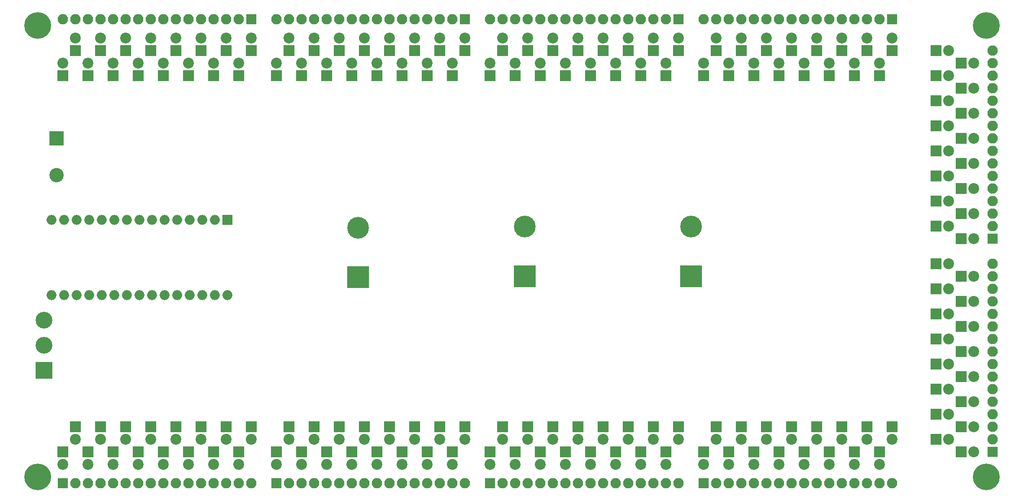
<source format=gbs>
G04 #@! TF.GenerationSoftware,KiCad,Pcbnew,(5.0.0)*
G04 #@! TF.CreationDate,2019-05-11T02:31:08+07:00*
G04 #@! TF.ProjectId,Dmx512,446D783531322E6B696361645F706362,rev?*
G04 #@! TF.SameCoordinates,Original*
G04 #@! TF.FileFunction,Soldermask,Bot*
G04 #@! TF.FilePolarity,Negative*
%FSLAX46Y46*%
G04 Gerber Fmt 4.6, Leading zero omitted, Abs format (unit mm)*
G04 Created by KiCad (PCBNEW (5.0.0)) date 05/11/19 02:31:08*
%MOMM*%
%LPD*%
G01*
G04 APERTURE LIST*
%ADD10C,5.400000*%
%ADD11C,2.200000*%
%ADD12R,2.200000X2.200000*%
%ADD13R,2.000000X2.000000*%
%ADD14O,2.000000X2.000000*%
%ADD15O,2.100000X2.100000*%
%ADD16R,2.100000X2.100000*%
%ADD17R,4.400000X4.400000*%
%ADD18C,4.400000*%
%ADD19R,2.900000X2.900000*%
%ADD20C,2.900000*%
%ADD21R,3.400000X3.400000*%
%ADD22C,3.400000*%
G04 APERTURE END LIST*
D10*
G04 #@! TO.C,*
X48260000Y-54610000D03*
G04 #@! TD*
D11*
G04 #@! TO.C,D106*
X198120000Y-62230000D03*
D12*
X198120000Y-64770000D03*
G04 #@! TD*
D10*
G04 #@! TO.C,*
X240030000Y-54610000D03*
G04 #@! TD*
D11*
G04 #@! TO.C,D7*
X68580000Y-143510000D03*
D12*
X68580000Y-140970000D03*
G04 #@! TD*
D11*
G04 #@! TO.C,D1*
X53340000Y-143510000D03*
D12*
X53340000Y-140970000D03*
G04 #@! TD*
G04 #@! TO.C,D2*
X55880000Y-135890000D03*
D11*
X55880000Y-138430000D03*
G04 #@! TD*
G04 #@! TO.C,D3*
X58420000Y-143510000D03*
D12*
X58420000Y-140970000D03*
G04 #@! TD*
G04 #@! TO.C,D4*
X60960000Y-135890000D03*
D11*
X60960000Y-138430000D03*
G04 #@! TD*
G04 #@! TO.C,D5*
X63500000Y-143510000D03*
D12*
X63500000Y-140970000D03*
G04 #@! TD*
G04 #@! TO.C,D6*
X66040000Y-135890000D03*
D11*
X66040000Y-138430000D03*
G04 #@! TD*
D12*
G04 #@! TO.C,D8*
X71120000Y-135890000D03*
D11*
X71120000Y-138430000D03*
G04 #@! TD*
G04 #@! TO.C,D9*
X73660000Y-143510000D03*
D12*
X73660000Y-140970000D03*
G04 #@! TD*
G04 #@! TO.C,D10*
X76200000Y-135890000D03*
D11*
X76200000Y-138430000D03*
G04 #@! TD*
D12*
G04 #@! TO.C,D15*
X88900000Y-140970000D03*
D11*
X88900000Y-143510000D03*
G04 #@! TD*
G04 #@! TO.C,D14*
X86360000Y-138430000D03*
D12*
X86360000Y-135890000D03*
G04 #@! TD*
D11*
G04 #@! TO.C,D11*
X78740000Y-143510000D03*
D12*
X78740000Y-140970000D03*
G04 #@! TD*
D11*
G04 #@! TO.C,D12*
X81280000Y-138430000D03*
D12*
X81280000Y-135890000D03*
G04 #@! TD*
D11*
G04 #@! TO.C,D13*
X83820000Y-143510000D03*
D12*
X83820000Y-140970000D03*
G04 #@! TD*
G04 #@! TO.C,D16*
X91440000Y-135890000D03*
D11*
X91440000Y-138430000D03*
G04 #@! TD*
D13*
G04 #@! TO.C,A1*
X86620000Y-93980000D03*
D14*
X53600000Y-109220000D03*
X84080000Y-93980000D03*
X56140000Y-109220000D03*
X81540000Y-93980000D03*
X58680000Y-109220000D03*
X79000000Y-93980000D03*
X61220000Y-109220000D03*
X76460000Y-93980000D03*
X63760000Y-109220000D03*
X73920000Y-93980000D03*
X66300000Y-109220000D03*
X71380000Y-93980000D03*
X68840000Y-109220000D03*
X68840000Y-93980000D03*
X71380000Y-109220000D03*
X66300000Y-93980000D03*
X73920000Y-109220000D03*
X63760000Y-93980000D03*
X76460000Y-109220000D03*
X61220000Y-93980000D03*
X79000000Y-109220000D03*
X58680000Y-93980000D03*
X81540000Y-109220000D03*
X56140000Y-93980000D03*
X84080000Y-109220000D03*
X53600000Y-93980000D03*
X86620000Y-109220000D03*
X51060000Y-93980000D03*
X51060000Y-109220000D03*
G04 #@! TD*
D11*
G04 #@! TO.C,D17*
X96520000Y-143510000D03*
D12*
X96520000Y-140970000D03*
G04 #@! TD*
D11*
G04 #@! TO.C,D18*
X99080000Y-138430000D03*
D12*
X99080000Y-135890000D03*
G04 #@! TD*
D11*
G04 #@! TO.C,D19*
X101600000Y-143510000D03*
D12*
X101600000Y-140970000D03*
G04 #@! TD*
D11*
G04 #@! TO.C,D20*
X104157142Y-138430000D03*
D12*
X104157142Y-135890000D03*
G04 #@! TD*
G04 #@! TO.C,D21*
X106680000Y-140970000D03*
D11*
X106680000Y-143510000D03*
G04 #@! TD*
G04 #@! TO.C,D22*
X109234284Y-138430000D03*
D12*
X109234284Y-135890000D03*
G04 #@! TD*
D11*
G04 #@! TO.C,D23*
X111760000Y-143510000D03*
D12*
X111760000Y-140970000D03*
G04 #@! TD*
D11*
G04 #@! TO.C,D24*
X114311426Y-138430000D03*
D12*
X114311426Y-135890000D03*
G04 #@! TD*
G04 #@! TO.C,D25*
X116840000Y-140970000D03*
D11*
X116840000Y-143510000D03*
G04 #@! TD*
D12*
G04 #@! TO.C,D26*
X119388568Y-135890000D03*
D11*
X119388568Y-138430000D03*
G04 #@! TD*
D12*
G04 #@! TO.C,D27*
X121920000Y-140970000D03*
D11*
X121920000Y-143510000D03*
G04 #@! TD*
G04 #@! TO.C,D28*
X124465710Y-138430000D03*
D12*
X124465710Y-135890000D03*
G04 #@! TD*
D11*
G04 #@! TO.C,D29*
X127000000Y-143510000D03*
D12*
X127000000Y-140970000D03*
G04 #@! TD*
D11*
G04 #@! TO.C,D30*
X129542852Y-138430000D03*
D12*
X129542852Y-135890000D03*
G04 #@! TD*
G04 #@! TO.C,D31*
X132080000Y-140970000D03*
D11*
X132080000Y-143510000D03*
G04 #@! TD*
G04 #@! TO.C,D32*
X134620000Y-138430000D03*
D12*
X134620000Y-135890000D03*
G04 #@! TD*
G04 #@! TO.C,D33*
X139700000Y-140970000D03*
D11*
X139700000Y-143510000D03*
G04 #@! TD*
D12*
G04 #@! TO.C,D34*
X142240000Y-135890000D03*
D11*
X142240000Y-138430000D03*
G04 #@! TD*
D12*
G04 #@! TO.C,D35*
X144780000Y-140970000D03*
D11*
X144780000Y-143510000D03*
G04 #@! TD*
D12*
G04 #@! TO.C,D36*
X147320000Y-135890000D03*
D11*
X147320000Y-138430000D03*
G04 #@! TD*
G04 #@! TO.C,D37*
X149860000Y-143510000D03*
D12*
X149860000Y-140970000D03*
G04 #@! TD*
D11*
G04 #@! TO.C,D38*
X152400000Y-138430000D03*
D12*
X152400000Y-135890000D03*
G04 #@! TD*
D11*
G04 #@! TO.C,D39*
X154940000Y-143510000D03*
D12*
X154940000Y-140970000D03*
G04 #@! TD*
D11*
G04 #@! TO.C,D40*
X157480000Y-138430000D03*
D12*
X157480000Y-135890000D03*
G04 #@! TD*
D11*
G04 #@! TO.C,D41*
X160020000Y-143510000D03*
D12*
X160020000Y-140970000D03*
G04 #@! TD*
D11*
G04 #@! TO.C,D42*
X162560000Y-138430000D03*
D12*
X162560000Y-135890000D03*
G04 #@! TD*
D11*
G04 #@! TO.C,D43*
X165100000Y-143510000D03*
D12*
X165100000Y-140970000D03*
G04 #@! TD*
G04 #@! TO.C,D44*
X167640000Y-135890000D03*
D11*
X167640000Y-138430000D03*
G04 #@! TD*
G04 #@! TO.C,D45*
X170180000Y-143510000D03*
D12*
X170180000Y-140970000D03*
G04 #@! TD*
G04 #@! TO.C,D46*
X172720000Y-135890000D03*
D11*
X172720000Y-138430000D03*
G04 #@! TD*
D12*
G04 #@! TO.C,D47*
X175260000Y-140970000D03*
D11*
X175260000Y-143510000D03*
G04 #@! TD*
D12*
G04 #@! TO.C,D48*
X177800000Y-135890000D03*
D11*
X177800000Y-138430000D03*
G04 #@! TD*
D12*
G04 #@! TO.C,D49*
X182880000Y-140970000D03*
D11*
X182880000Y-143510000D03*
G04 #@! TD*
D12*
G04 #@! TO.C,D50*
X185420000Y-135890000D03*
D11*
X185420000Y-138430000D03*
G04 #@! TD*
D12*
G04 #@! TO.C,D51*
X187960000Y-140970000D03*
D11*
X187960000Y-143510000D03*
G04 #@! TD*
D12*
G04 #@! TO.C,D52*
X190500000Y-135890000D03*
D11*
X190500000Y-138430000D03*
G04 #@! TD*
G04 #@! TO.C,D53*
X193040000Y-143510000D03*
D12*
X193040000Y-140970000D03*
G04 #@! TD*
G04 #@! TO.C,D54*
X195580000Y-135890000D03*
D11*
X195580000Y-138430000D03*
G04 #@! TD*
G04 #@! TO.C,D55*
X198120000Y-143510000D03*
D12*
X198120000Y-140970000D03*
G04 #@! TD*
G04 #@! TO.C,D56*
X200660000Y-135890000D03*
D11*
X200660000Y-138430000D03*
G04 #@! TD*
G04 #@! TO.C,D57*
X203200000Y-143510000D03*
D12*
X203200000Y-140970000D03*
G04 #@! TD*
G04 #@! TO.C,D58*
X205740000Y-135890000D03*
D11*
X205740000Y-138430000D03*
G04 #@! TD*
G04 #@! TO.C,D59*
X208280000Y-143510000D03*
D12*
X208280000Y-140970000D03*
G04 #@! TD*
G04 #@! TO.C,D60*
X210820000Y-135890000D03*
D11*
X210820000Y-138430000D03*
G04 #@! TD*
D12*
G04 #@! TO.C,D61*
X213360000Y-140970000D03*
D11*
X213360000Y-143510000D03*
G04 #@! TD*
D12*
G04 #@! TO.C,D62*
X215900000Y-135890000D03*
D11*
X215900000Y-138430000D03*
G04 #@! TD*
D12*
G04 #@! TO.C,D63*
X218440000Y-140970000D03*
D11*
X218440000Y-143510000D03*
G04 #@! TD*
D12*
G04 #@! TO.C,D64*
X220980000Y-135890000D03*
D11*
X220980000Y-138430000D03*
G04 #@! TD*
D15*
G04 #@! TO.C,J3*
X91440000Y-147320000D03*
X88900000Y-147320000D03*
X86360000Y-147320000D03*
X83820000Y-147320000D03*
X81280000Y-147320000D03*
X78740000Y-147320000D03*
X76200000Y-147320000D03*
X73660000Y-147320000D03*
X71120000Y-147320000D03*
X68580000Y-147320000D03*
X66040000Y-147320000D03*
X63500000Y-147320000D03*
X60960000Y-147320000D03*
X58420000Y-147320000D03*
X55880000Y-147320000D03*
D16*
X53340000Y-147320000D03*
G04 #@! TD*
D15*
G04 #@! TO.C,J4*
X134620000Y-147320000D03*
X132080000Y-147320000D03*
X129540000Y-147320000D03*
X127000000Y-147320000D03*
X124460000Y-147320000D03*
X121920000Y-147320000D03*
X119380000Y-147320000D03*
X116840000Y-147320000D03*
X114300000Y-147320000D03*
X111760000Y-147320000D03*
X109220000Y-147320000D03*
X106680000Y-147320000D03*
X104140000Y-147320000D03*
X101600000Y-147320000D03*
X99060000Y-147320000D03*
D16*
X96520000Y-147320000D03*
G04 #@! TD*
G04 #@! TO.C,J5*
X139700000Y-147320000D03*
D15*
X142240000Y-147320000D03*
X144780000Y-147320000D03*
X147320000Y-147320000D03*
X149860000Y-147320000D03*
X152400000Y-147320000D03*
X154940000Y-147320000D03*
X157480000Y-147320000D03*
X160020000Y-147320000D03*
X162560000Y-147320000D03*
X165100000Y-147320000D03*
X167640000Y-147320000D03*
X170180000Y-147320000D03*
X172720000Y-147320000D03*
X175260000Y-147320000D03*
X177800000Y-147320000D03*
G04 #@! TD*
D16*
G04 #@! TO.C,J6*
X182880000Y-147320000D03*
D15*
X185420000Y-147320000D03*
X187960000Y-147320000D03*
X190500000Y-147320000D03*
X193040000Y-147320000D03*
X195580000Y-147320000D03*
X198120000Y-147320000D03*
X200660000Y-147320000D03*
X203200000Y-147320000D03*
X205740000Y-147320000D03*
X208280000Y-147320000D03*
X210820000Y-147320000D03*
X213360000Y-147320000D03*
X215900000Y-147320000D03*
X218440000Y-147320000D03*
X220980000Y-147320000D03*
G04 #@! TD*
D10*
G04 #@! TO.C,*
X48260000Y-146050000D03*
G04 #@! TD*
G04 #@! TO.C,*
X240030000Y-146050000D03*
G04 #@! TD*
D12*
G04 #@! TO.C,D65*
X234950000Y-140970000D03*
D11*
X237490000Y-140970000D03*
G04 #@! TD*
G04 #@! TO.C,D66*
X232410000Y-138430000D03*
D12*
X229870000Y-138430000D03*
G04 #@! TD*
G04 #@! TO.C,D67*
X234950000Y-135890000D03*
D11*
X237490000Y-135890000D03*
G04 #@! TD*
G04 #@! TO.C,D68*
X232410000Y-133350000D03*
D12*
X229870000Y-133350000D03*
G04 #@! TD*
G04 #@! TO.C,D69*
X234950000Y-130810000D03*
D11*
X237490000Y-130810000D03*
G04 #@! TD*
G04 #@! TO.C,D70*
X232410000Y-128270000D03*
D12*
X229870000Y-128270000D03*
G04 #@! TD*
G04 #@! TO.C,D71*
X234950000Y-125730000D03*
D11*
X237490000Y-125730000D03*
G04 #@! TD*
D12*
G04 #@! TO.C,D72*
X229870000Y-123190000D03*
D11*
X232410000Y-123190000D03*
G04 #@! TD*
G04 #@! TO.C,D73*
X237490000Y-120650000D03*
D12*
X234950000Y-120650000D03*
G04 #@! TD*
G04 #@! TO.C,D74*
X229870000Y-118110000D03*
D11*
X232410000Y-118110000D03*
G04 #@! TD*
G04 #@! TO.C,D75*
X237490000Y-115570000D03*
D12*
X234950000Y-115570000D03*
G04 #@! TD*
G04 #@! TO.C,D76*
X229870000Y-113030000D03*
D11*
X232410000Y-113030000D03*
G04 #@! TD*
G04 #@! TO.C,D77*
X237490000Y-110490000D03*
D12*
X234950000Y-110490000D03*
G04 #@! TD*
D11*
G04 #@! TO.C,D78*
X232410000Y-107950000D03*
D12*
X229870000Y-107950000D03*
G04 #@! TD*
D11*
G04 #@! TO.C,D79*
X237490000Y-105410000D03*
D12*
X234950000Y-105410000D03*
G04 #@! TD*
G04 #@! TO.C,D80*
X229870000Y-102870000D03*
D11*
X232410000Y-102870000D03*
G04 #@! TD*
D16*
G04 #@! TO.C,J7*
X241300000Y-140970000D03*
D15*
X241300000Y-138430000D03*
X241300000Y-135890000D03*
X241300000Y-133350000D03*
X241300000Y-130810000D03*
X241300000Y-128270000D03*
X241300000Y-125730000D03*
X241300000Y-123190000D03*
X241300000Y-120650000D03*
X241300000Y-118110000D03*
X241300000Y-115570000D03*
X241300000Y-113030000D03*
X241300000Y-110490000D03*
X241300000Y-107950000D03*
X241300000Y-105410000D03*
X241300000Y-102870000D03*
G04 #@! TD*
D11*
G04 #@! TO.C,D82*
X232410000Y-95250000D03*
D12*
X229870000Y-95250000D03*
G04 #@! TD*
D11*
G04 #@! TO.C,D83*
X237490000Y-92710000D03*
D12*
X234950000Y-92710000D03*
G04 #@! TD*
G04 #@! TO.C,D84*
X229870000Y-90170000D03*
D11*
X232410000Y-90170000D03*
G04 #@! TD*
G04 #@! TO.C,D85*
X237490000Y-87630000D03*
D12*
X234950000Y-87630000D03*
G04 #@! TD*
G04 #@! TO.C,D86*
X229870000Y-85090000D03*
D11*
X232410000Y-85090000D03*
G04 #@! TD*
G04 #@! TO.C,D87*
X237490000Y-82550000D03*
D12*
X234950000Y-82550000D03*
G04 #@! TD*
G04 #@! TO.C,D88*
X229870000Y-80010000D03*
D11*
X232410000Y-80010000D03*
G04 #@! TD*
G04 #@! TO.C,D89*
X237490000Y-77470000D03*
D12*
X234950000Y-77470000D03*
G04 #@! TD*
G04 #@! TO.C,D90*
X229870000Y-74930000D03*
D11*
X232410000Y-74930000D03*
G04 #@! TD*
G04 #@! TO.C,D91*
X237490000Y-72390000D03*
D12*
X234950000Y-72390000D03*
G04 #@! TD*
G04 #@! TO.C,D92*
X229870000Y-69850000D03*
D11*
X232410000Y-69850000D03*
G04 #@! TD*
G04 #@! TO.C,D93*
X237490000Y-67310000D03*
D12*
X234950000Y-67310000D03*
G04 #@! TD*
G04 #@! TO.C,D94*
X229870000Y-64770000D03*
D11*
X232410000Y-64770000D03*
G04 #@! TD*
G04 #@! TO.C,D95*
X237490000Y-62230000D03*
D12*
X234950000Y-62230000D03*
G04 #@! TD*
G04 #@! TO.C,D96*
X229870000Y-59690000D03*
D11*
X232410000Y-59690000D03*
G04 #@! TD*
G04 #@! TO.C,D97*
X220980000Y-57150000D03*
D12*
X220980000Y-59690000D03*
G04 #@! TD*
D11*
G04 #@! TO.C,D98*
X218440000Y-62230000D03*
D12*
X218440000Y-64770000D03*
G04 #@! TD*
D11*
G04 #@! TO.C,D99*
X215900000Y-57150000D03*
D12*
X215900000Y-59690000D03*
G04 #@! TD*
D11*
G04 #@! TO.C,D100*
X213360000Y-62230000D03*
D12*
X213360000Y-64770000D03*
G04 #@! TD*
D11*
G04 #@! TO.C,D101*
X210820000Y-57150000D03*
D12*
X210820000Y-59690000D03*
G04 #@! TD*
D11*
G04 #@! TO.C,D102*
X208280000Y-62230000D03*
D12*
X208280000Y-64770000D03*
G04 #@! TD*
D11*
G04 #@! TO.C,D103*
X205740000Y-57150000D03*
D12*
X205740000Y-59690000D03*
G04 #@! TD*
G04 #@! TO.C,D104*
X203200000Y-64770000D03*
D11*
X203200000Y-62230000D03*
G04 #@! TD*
G04 #@! TO.C,D105*
X200660000Y-57150000D03*
D12*
X200660000Y-59690000D03*
G04 #@! TD*
D11*
G04 #@! TO.C,D107*
X195580000Y-57150000D03*
D12*
X195580000Y-59690000D03*
G04 #@! TD*
G04 #@! TO.C,D108*
X193040000Y-64770000D03*
D11*
X193040000Y-62230000D03*
G04 #@! TD*
G04 #@! TO.C,D109*
X190500000Y-57150000D03*
D12*
X190500000Y-59690000D03*
G04 #@! TD*
G04 #@! TO.C,D113*
X177800000Y-59690000D03*
D11*
X177800000Y-57150000D03*
G04 #@! TD*
D12*
G04 #@! TO.C,D114*
X175260000Y-64770000D03*
D11*
X175260000Y-62230000D03*
G04 #@! TD*
D12*
G04 #@! TO.C,D115*
X172720000Y-59690000D03*
D11*
X172720000Y-57150000D03*
G04 #@! TD*
D12*
G04 #@! TO.C,D116*
X170180000Y-64770000D03*
D11*
X170180000Y-62230000D03*
G04 #@! TD*
G04 #@! TO.C,D117*
X167640000Y-57150000D03*
D12*
X167640000Y-59690000D03*
G04 #@! TD*
D11*
G04 #@! TO.C,D118*
X165100000Y-62230000D03*
D12*
X165100000Y-64770000D03*
G04 #@! TD*
D11*
G04 #@! TO.C,D119*
X162560000Y-57150000D03*
D12*
X162560000Y-59690000D03*
G04 #@! TD*
D11*
G04 #@! TO.C,D120*
X160020000Y-62230000D03*
D12*
X160020000Y-64770000D03*
G04 #@! TD*
G04 #@! TO.C,D121*
X157480000Y-59690000D03*
D11*
X157480000Y-57150000D03*
G04 #@! TD*
D12*
G04 #@! TO.C,D122*
X154940000Y-64770000D03*
D11*
X154940000Y-62230000D03*
G04 #@! TD*
G04 #@! TO.C,D123*
X152400000Y-57150000D03*
D12*
X152400000Y-59690000D03*
G04 #@! TD*
G04 #@! TO.C,D124*
X149860000Y-64770000D03*
D11*
X149860000Y-62230000D03*
G04 #@! TD*
D12*
G04 #@! TO.C,D125*
X147320000Y-59690000D03*
D11*
X147320000Y-57150000D03*
G04 #@! TD*
G04 #@! TO.C,D126*
X144780000Y-62230000D03*
D12*
X144780000Y-64770000D03*
G04 #@! TD*
G04 #@! TO.C,D127*
X142240000Y-59690000D03*
D11*
X142240000Y-57150000D03*
G04 #@! TD*
G04 #@! TO.C,D128*
X139700000Y-62230000D03*
D12*
X139700000Y-64770000D03*
G04 #@! TD*
D11*
G04 #@! TO.C,D129*
X134620000Y-57150000D03*
D12*
X134620000Y-59690000D03*
G04 #@! TD*
G04 #@! TO.C,D130*
X132080000Y-64770000D03*
D11*
X132080000Y-62230000D03*
G04 #@! TD*
D12*
G04 #@! TO.C,D131*
X129540000Y-59690000D03*
D11*
X129540000Y-57150000D03*
G04 #@! TD*
D12*
G04 #@! TO.C,D132*
X127000000Y-64770000D03*
D11*
X127000000Y-62230000D03*
G04 #@! TD*
G04 #@! TO.C,D133*
X124460000Y-57150000D03*
D12*
X124460000Y-59690000D03*
G04 #@! TD*
G04 #@! TO.C,D134*
X121920000Y-64770000D03*
D11*
X121920000Y-62230000D03*
G04 #@! TD*
D12*
G04 #@! TO.C,D135*
X119380000Y-59690000D03*
D11*
X119380000Y-57150000D03*
G04 #@! TD*
G04 #@! TO.C,D136*
X116840000Y-62230000D03*
D12*
X116840000Y-64770000D03*
G04 #@! TD*
G04 #@! TO.C,D137*
X114300000Y-59690000D03*
D11*
X114300000Y-57150000D03*
G04 #@! TD*
G04 #@! TO.C,D138*
X111760000Y-62230000D03*
D12*
X111760000Y-64770000D03*
G04 #@! TD*
G04 #@! TO.C,D139*
X109220000Y-59690000D03*
D11*
X109220000Y-57150000D03*
G04 #@! TD*
D12*
G04 #@! TO.C,D140*
X106680000Y-64770000D03*
D11*
X106680000Y-62230000D03*
G04 #@! TD*
G04 #@! TO.C,D141*
X104140000Y-57150000D03*
D12*
X104140000Y-59690000D03*
G04 #@! TD*
G04 #@! TO.C,D142*
X101600000Y-64770000D03*
D11*
X101600000Y-62230000D03*
G04 #@! TD*
G04 #@! TO.C,D143*
X99060000Y-57150000D03*
D12*
X99060000Y-59690000D03*
G04 #@! TD*
G04 #@! TO.C,D144*
X96520000Y-64770000D03*
D11*
X96520000Y-62230000D03*
G04 #@! TD*
G04 #@! TO.C,D145*
X91440000Y-57150000D03*
D12*
X91440000Y-59690000D03*
G04 #@! TD*
G04 #@! TO.C,D146*
X88900000Y-64770000D03*
D11*
X88900000Y-62230000D03*
G04 #@! TD*
G04 #@! TO.C,D147*
X86360000Y-57150000D03*
D12*
X86360000Y-59690000D03*
G04 #@! TD*
G04 #@! TO.C,D148*
X83820000Y-64770000D03*
D11*
X83820000Y-62230000D03*
G04 #@! TD*
G04 #@! TO.C,D149*
X81280000Y-57150000D03*
D12*
X81280000Y-59690000D03*
G04 #@! TD*
G04 #@! TO.C,D150*
X78740000Y-64770000D03*
D11*
X78740000Y-62230000D03*
G04 #@! TD*
G04 #@! TO.C,D151*
X76200000Y-57150000D03*
D12*
X76200000Y-59690000D03*
G04 #@! TD*
G04 #@! TO.C,D152*
X73660000Y-64770000D03*
D11*
X73660000Y-62230000D03*
G04 #@! TD*
G04 #@! TO.C,D153*
X71120000Y-57150000D03*
D12*
X71120000Y-59690000D03*
G04 #@! TD*
G04 #@! TO.C,D154*
X68580000Y-64770000D03*
D11*
X68580000Y-62230000D03*
G04 #@! TD*
G04 #@! TO.C,D155*
X66040000Y-57150000D03*
D12*
X66040000Y-59690000D03*
G04 #@! TD*
G04 #@! TO.C,D156*
X63500000Y-64770000D03*
D11*
X63500000Y-62230000D03*
G04 #@! TD*
G04 #@! TO.C,D157*
X60960000Y-57150000D03*
D12*
X60960000Y-59690000D03*
G04 #@! TD*
G04 #@! TO.C,D158*
X58420000Y-64770000D03*
D11*
X58420000Y-62230000D03*
G04 #@! TD*
G04 #@! TO.C,D159*
X55880000Y-57150000D03*
D12*
X55880000Y-59690000D03*
G04 #@! TD*
G04 #@! TO.C,D160*
X53340000Y-64770000D03*
D11*
X53340000Y-62230000D03*
G04 #@! TD*
D16*
G04 #@! TO.C,J8*
X241300000Y-97790000D03*
D15*
X241300000Y-95250000D03*
X241300000Y-92710000D03*
X241300000Y-90170000D03*
X241300000Y-87630000D03*
X241300000Y-85090000D03*
X241300000Y-82550000D03*
X241300000Y-80010000D03*
X241300000Y-77470000D03*
X241300000Y-74930000D03*
X241300000Y-72390000D03*
X241300000Y-69850000D03*
X241300000Y-67310000D03*
X241300000Y-64770000D03*
X241300000Y-62230000D03*
X241300000Y-59690000D03*
G04 #@! TD*
G04 #@! TO.C,J9*
X182880000Y-53340000D03*
X185420000Y-53340000D03*
X187960000Y-53340000D03*
X190500000Y-53340000D03*
X193040000Y-53340000D03*
X195580000Y-53340000D03*
X198120000Y-53340000D03*
X200660000Y-53340000D03*
X203200000Y-53340000D03*
X205740000Y-53340000D03*
X208280000Y-53340000D03*
X210820000Y-53340000D03*
X213360000Y-53340000D03*
X215900000Y-53340000D03*
X218440000Y-53340000D03*
D16*
X220980000Y-53340000D03*
G04 #@! TD*
G04 #@! TO.C,J10*
X177800000Y-53340000D03*
D15*
X175260000Y-53340000D03*
X172720000Y-53340000D03*
X170180000Y-53340000D03*
X167640000Y-53340000D03*
X165100000Y-53340000D03*
X162560000Y-53340000D03*
X160020000Y-53340000D03*
X157480000Y-53340000D03*
X154940000Y-53340000D03*
X152400000Y-53340000D03*
X149860000Y-53340000D03*
X147320000Y-53340000D03*
X144780000Y-53340000D03*
X142240000Y-53340000D03*
X139700000Y-53340000D03*
G04 #@! TD*
D16*
G04 #@! TO.C,J11*
X134620000Y-53340000D03*
D15*
X132080000Y-53340000D03*
X129540000Y-53340000D03*
X127000000Y-53340000D03*
X124460000Y-53340000D03*
X121920000Y-53340000D03*
X119380000Y-53340000D03*
X116840000Y-53340000D03*
X114300000Y-53340000D03*
X111760000Y-53340000D03*
X109220000Y-53340000D03*
X106680000Y-53340000D03*
X104140000Y-53340000D03*
X101600000Y-53340000D03*
X99060000Y-53340000D03*
X96520000Y-53340000D03*
G04 #@! TD*
G04 #@! TO.C,J12*
X53340000Y-53340000D03*
X55880000Y-53340000D03*
X58420000Y-53340000D03*
X60960000Y-53340000D03*
X63500000Y-53340000D03*
X66040000Y-53340000D03*
X68580000Y-53340000D03*
X71120000Y-53340000D03*
X73660000Y-53340000D03*
X76200000Y-53340000D03*
X78740000Y-53340000D03*
X81280000Y-53340000D03*
X83820000Y-53340000D03*
X86360000Y-53340000D03*
X88900000Y-53340000D03*
D16*
X91440000Y-53340000D03*
G04 #@! TD*
D17*
G04 #@! TO.C,C11*
X180340000Y-105410000D03*
D18*
X180340000Y-95410000D03*
G04 #@! TD*
G04 #@! TO.C,C12*
X113030000Y-95590000D03*
D17*
X113030000Y-105590000D03*
G04 #@! TD*
D12*
G04 #@! TO.C,D81*
X234950000Y-97790000D03*
D11*
X237490000Y-97790000D03*
G04 #@! TD*
G04 #@! TO.C,D110*
X187960000Y-62230000D03*
D12*
X187960000Y-64770000D03*
G04 #@! TD*
G04 #@! TO.C,D111*
X185420000Y-59690000D03*
D11*
X185420000Y-57150000D03*
G04 #@! TD*
G04 #@! TO.C,D112*
X182880000Y-62230000D03*
D12*
X182880000Y-64770000D03*
G04 #@! TD*
D19*
G04 #@! TO.C,J13*
X52070000Y-77470000D03*
D20*
X52070000Y-84970000D03*
G04 #@! TD*
D17*
G04 #@! TO.C,C13*
X146685000Y-105410000D03*
D18*
X146685000Y-95410000D03*
G04 #@! TD*
D21*
G04 #@! TO.C,J1*
X49530000Y-124460000D03*
D22*
X49530000Y-119380000D03*
X49530000Y-114300000D03*
G04 #@! TD*
M02*

</source>
